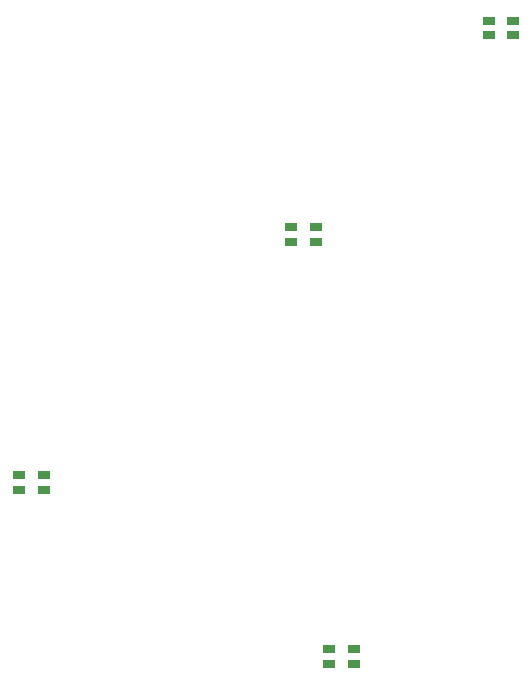
<source format=gbr>
%TF.GenerationSoftware,KiCad,Pcbnew,(5.1.10)-1*%
%TF.CreationDate,2021-10-20T07:51:42+02:00*%
%TF.ProjectId,TVZ_kuglica,54565a5f-6b75-4676-9c69-63612e6b6963,rev?*%
%TF.SameCoordinates,Original*%
%TF.FileFunction,Paste,Top*%
%TF.FilePolarity,Positive*%
%FSLAX46Y46*%
G04 Gerber Fmt 4.6, Leading zero omitted, Abs format (unit mm)*
G04 Created by KiCad (PCBNEW (5.1.10)-1) date 2021-10-20 07:51:42*
%MOMM*%
%LPD*%
G01*
G04 APERTURE LIST*
%ADD10R,1.100000X0.750000*%
G04 APERTURE END LIST*
D10*
%TO.C,D3*%
X155700000Y-75875000D03*
X157800000Y-75875000D03*
X155700000Y-77125000D03*
X157800000Y-77125000D03*
%TD*%
%TO.C,D5*%
X115950000Y-114375000D03*
X118050000Y-114375000D03*
X115950000Y-115625000D03*
X118050000Y-115625000D03*
%TD*%
%TO.C,D7*%
X142200000Y-129125000D03*
X144300000Y-129125000D03*
X142200000Y-130375000D03*
X144300000Y-130375000D03*
%TD*%
%TO.C,D12*%
X138950000Y-93375000D03*
X141050000Y-93375000D03*
X138950000Y-94625000D03*
X141050000Y-94625000D03*
%TD*%
M02*

</source>
